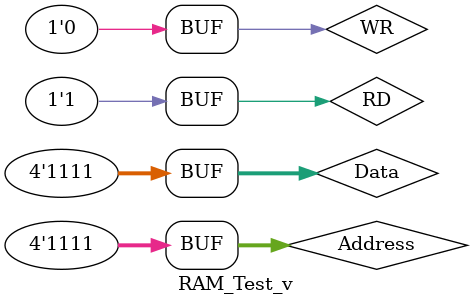
<source format=v>
module RAM_Test_v;

// Inputs
reg [3:0] Data; reg RD;
reg WR;
reg [3:0] Address;

// Outputs
wire [3:0] Output;

// Instantiate the Unit Under Test (UUT)
Memory_Design uut 
(.Data(Data),.RD(RD),.WR(WR),.Address(Address),.Output(Output));
initial begin

Data = 4'b0000; RD = 0; WR = 1; Address = 4'b0000; 
#30; Data = 4'b0001; RD = 0; WR = 1; Address = 4'b0001; 
#30; Data = 4'b0010; RD = 0; WR = 1; Address = 4'b0010; 
#30; Data = 4'b0011; RD = 0; WR = 1; Address = 4'b0011; 
#30; Data = 4'b0100; RD = 0; WR = 1; Address = 4'b0100; 
#30; Data = 4'b0101; RD = 0; WR = 1; Address = 4'b0101; 
#30; Data = 4'b0110; RD = 0; WR = 1; Address = 4'b0110; 
#30; Data = 4'b0111; RD = 0; WR = 1; Address = 4'b0111; 
#30; Data = 4'b1000;RD = 0; WR = 1; Address = 4'b1000; 
#30; Data = 4'b1001; RD = 0; WR = 1; Address = 4'b1001; 
#30; Data = 4'b1010; RD = 0; WR = 1; Address = 4'b1010; 
#30; Data = 4'b1011; RD = 0; WR = 1; Address = 4'b1011; 
#30; Data = 4'b1100; RD = 0; WR = 1; Address = 4'b1100; 
#30; Data = 4'b1101; RD = 0; WR = 1; Address = 4'b1101; 
#30; Data = 4'b1110; RD = 0; WR = 1; Address = 4'b1110; 
#30; Data = 4'b1111; RD = 0; WR = 1; Address = 4'b1111; 

#30; RD = 1; WR = 0; Address = 4'b0000; 
#30; RD = 1; WR = 0; Address = 4'b0001; 
#30; RD = 1; WR = 0; Address = 4'b0010; 
#30; RD = 1; WR = 0; Address = 4'b0011; 
#30; RD = 1; WR = 0; Address = 4'b0100; 
#30; RD = 1; WR = 0; Address = 4'b0101; 
#30; RD = 1; WR = 0; Address = 4'b0110; 
#30; RD = 1; WR = 0; Address = 4'b0111; 
#30; RD = 1; WR = 0; Address = 4'b1000; 
#30; RD = 1; WR = 0; Address = 4'b1001; 
#30; RD = 1; WR = 0; Address = 4'b1010; 
#30; RD = 1; WR = 0; Address = 4'b1011; 
#30; RD = 1; WR = 0; Address = 4'b1100; 
#30; RD = 1; WR = 0; Address = 4'b1101; 
#30; RD = 1; WR = 0; Address = 4'b1110; 
#30; RD = 1; WR = 0; Address = 4'b1111; 

end
endmodule








</source>
